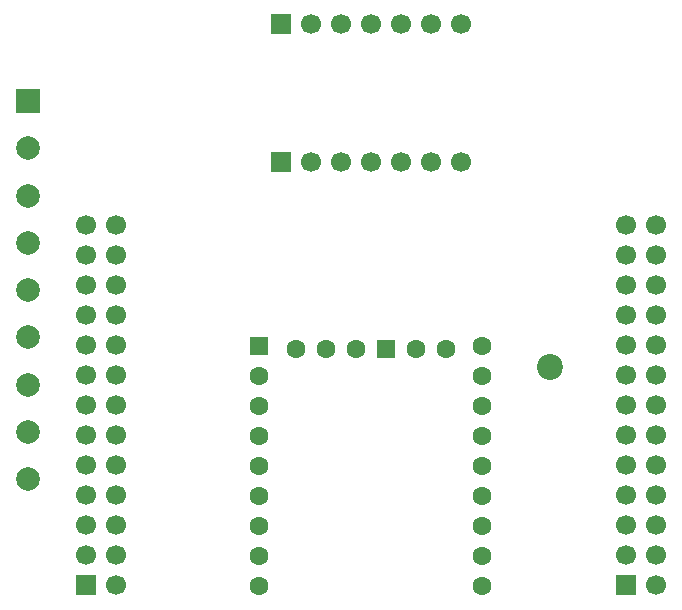
<source format=gbr>
%TF.GenerationSoftware,KiCad,Pcbnew,9.0.3*%
%TF.CreationDate,2025-07-27T20:55:45+02:00*%
%TF.ProjectId,Pololu Zumo 32U4 controller shield,506f6c6f-6c75-4205-9a75-6d6f20333255,rev?*%
%TF.SameCoordinates,Original*%
%TF.FileFunction,Soldermask,Bot*%
%TF.FilePolarity,Negative*%
%FSLAX46Y46*%
G04 Gerber Fmt 4.6, Leading zero omitted, Abs format (unit mm)*
G04 Created by KiCad (PCBNEW 9.0.3) date 2025-07-27 20:55:45*
%MOMM*%
%LPD*%
G01*
G04 APERTURE LIST*
%ADD10R,1.700000X1.700000*%
%ADD11C,1.700000*%
%ADD12C,2.200000*%
%ADD13C,1.600000*%
%ADD14R,1.600000X1.600000*%
%ADD15R,2.000000X2.000000*%
%ADD16C,2.000000*%
G04 APERTURE END LIST*
D10*
%TO.C,J9*%
X171590000Y-125000000D03*
D11*
X174130000Y-125000000D03*
X171590000Y-122460000D03*
X174130000Y-122460000D03*
X171590000Y-119920000D03*
X174130000Y-119920000D03*
X171590000Y-117380000D03*
X174130000Y-117380000D03*
X171590000Y-114840000D03*
X174130000Y-114840000D03*
X171590000Y-112300000D03*
X174130000Y-112300000D03*
X171590000Y-109760000D03*
X174130000Y-109760000D03*
X171590000Y-107220000D03*
X174130000Y-107220000D03*
X171590000Y-104680000D03*
X174130000Y-104680000D03*
X171590000Y-102140000D03*
X174130000Y-102140000D03*
X171590000Y-99600000D03*
X174130000Y-99600000D03*
X171590000Y-97060000D03*
X174130000Y-97060000D03*
X171590000Y-94520000D03*
X174130000Y-94520000D03*
%TD*%
D10*
%TO.C,J8*%
X125910000Y-125000000D03*
D11*
X128450000Y-125000000D03*
X125910000Y-122460000D03*
X128450000Y-122460000D03*
X125910000Y-119920000D03*
X128450000Y-119920000D03*
X125910000Y-117380000D03*
X128450000Y-117380000D03*
X125910000Y-114840000D03*
X128450000Y-114840000D03*
X125910000Y-112300000D03*
X128450000Y-112300000D03*
X125910000Y-109760000D03*
X128450000Y-109760000D03*
X125910000Y-107220000D03*
X128450000Y-107220000D03*
X125910000Y-104680000D03*
X128450000Y-104680000D03*
X125910000Y-102140000D03*
X128450000Y-102140000D03*
X125910000Y-99600000D03*
X128450000Y-99600000D03*
X125910000Y-97060000D03*
X128450000Y-97060000D03*
X125910000Y-94520000D03*
X128450000Y-94520000D03*
%TD*%
D10*
%TO.C,J2*%
X142380000Y-77500000D03*
D11*
X144920000Y-77500000D03*
X147460000Y-77500000D03*
X150000000Y-77500000D03*
X152540000Y-77500000D03*
X155080000Y-77500000D03*
X157620000Y-77500000D03*
%TD*%
D12*
%TO.C,H1*%
X165200000Y-106500000D03*
%TD*%
D10*
%TO.C,J1*%
X142380000Y-89170000D03*
D11*
X144920000Y-89170000D03*
X147460000Y-89170000D03*
X150000000Y-89170000D03*
X152540000Y-89170000D03*
X155080000Y-89170000D03*
X157620000Y-89170000D03*
%TD*%
D13*
%TO.C,A1*%
X140595000Y-107260000D03*
D14*
X151270000Y-104960000D03*
D13*
X159405000Y-104720000D03*
X140595000Y-122500000D03*
X140595000Y-119960000D03*
X140595000Y-117420000D03*
X140595000Y-114880000D03*
X140595000Y-112340000D03*
X140595000Y-109800000D03*
X148730000Y-104960000D03*
X153810000Y-104960000D03*
X156350000Y-104960000D03*
X159405000Y-107260000D03*
X159405000Y-109800000D03*
X159405000Y-112340000D03*
X159405000Y-114880000D03*
X159405000Y-117420000D03*
X159405000Y-119960000D03*
X159405000Y-122500000D03*
X159405000Y-125040000D03*
D14*
X140595000Y-104720000D03*
D13*
X140595000Y-125040000D03*
X146190000Y-104960000D03*
X143650000Y-104960000D03*
%TD*%
D15*
%TO.C,J7*%
X121000000Y-84000000D03*
D16*
X121000000Y-88000000D03*
X121000000Y-92000000D03*
X121000000Y-96000000D03*
X121000000Y-100000000D03*
X121000000Y-104000000D03*
X121000000Y-108000000D03*
X121000000Y-112000000D03*
X121000000Y-116000000D03*
%TD*%
M02*

</source>
